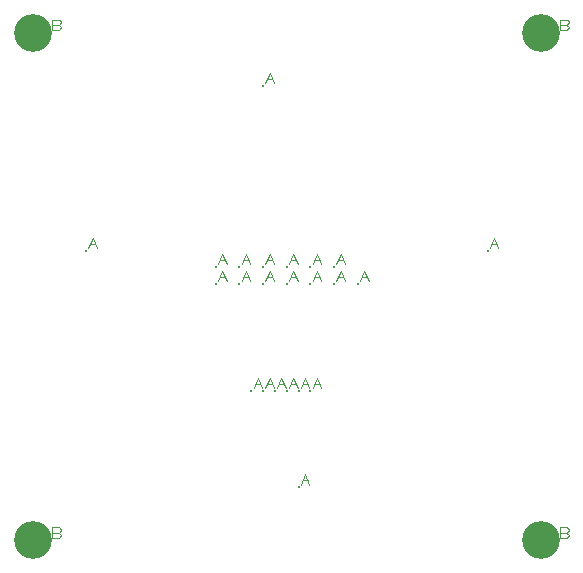
<source format=gbr>
G04 GENERATED BY PULSONIX 7.0 GERBER.DLL 4573*
%INHILLSTAR_30X30_EL_4LAYER_V1_0*%
%LNGERBER_DRILL*%
%FSLAX33Y33*%
%IPPOS*%
%LPD*%
%OFA0B0*%
%MOMM*%
%ADD10C,0.250*%
%ADD21C,0.125*%
%ADD106C,3.200*%
X0Y0D02*
D02*
D10*
X114553Y132856D03*
X125553Y130106D03*
Y131506D03*
X127553Y130106D03*
Y131506D03*
X128553Y121006D03*
X129553D03*
Y130106D03*
Y131506D03*
Y146856D03*
X130553Y121006D03*
X131553D03*
Y130106D03*
Y131506D03*
X132553Y112856D03*
Y121006D03*
X133553D03*
Y130106D03*
Y131506D03*
X135553Y130106D03*
Y131506D03*
X137553Y130106D03*
X148553Y132856D03*
D02*
D21*
X112230Y109018D02*
X112377Y108944D01*
X112451Y108797*
X112377Y108650*
X112230Y108577*
X111716*
Y109459*
X112230*
X112377Y109386*
X112451Y109239*
X112377Y109092*
X112230Y109018*
X111716*
X112230Y152018D02*
X112377Y151944D01*
X112451Y151797*
X112377Y151650*
X112230Y151577*
X111716*
Y152459*
X112230*
X112377Y152386*
X112451Y152239*
X112377Y152092*
X112230Y152018*
X111716*
X114741Y133077D02*
X115108Y133959D01*
X115476Y133077*
X114888Y133444D02*
X115329Y133444D01*
X125741Y130327D02*
X126108Y131209D01*
X126476Y130327*
X125888Y130694D02*
X126329Y130694D01*
X125741Y131727D02*
X126108Y132609D01*
X126476Y131727*
X125888Y132094D02*
X126329Y132094D01*
X127741Y130327D02*
X128108Y131209D01*
X128476Y130327*
X127888Y130694D02*
X128329Y130694D01*
X127741Y131727D02*
X128108Y132609D01*
X128476Y131727*
X127888Y132094D02*
X128329Y132094D01*
X128741Y121227D02*
X129108Y122109D01*
X129476Y121227*
X128888Y121594D02*
X129329Y121594D01*
X129741Y121227D02*
X130108Y122109D01*
X130476Y121227*
X129888Y121594D02*
X130329Y121594D01*
X129741Y130327D02*
X130108Y131209D01*
X130476Y130327*
X129888Y130694D02*
X130329Y130694D01*
X129741Y131727D02*
X130108Y132609D01*
X130476Y131727*
X129888Y132094D02*
X130329Y132094D01*
X129741Y147077D02*
X130108Y147959D01*
X130476Y147077*
X129888Y147444D02*
X130329Y147444D01*
X130741Y121227D02*
X131108Y122109D01*
X131476Y121227*
X130888Y121594D02*
X131329Y121594D01*
X131741Y121227D02*
X132108Y122109D01*
X132476Y121227*
X131888Y121594D02*
X132329Y121594D01*
X131741Y130327D02*
X132108Y131209D01*
X132476Y130327*
X131888Y130694D02*
X132329Y130694D01*
X131741Y131727D02*
X132108Y132609D01*
X132476Y131727*
X131888Y132094D02*
X132329Y132094D01*
X132741Y113077D02*
X133108Y113959D01*
X133476Y113077*
X132888Y113444D02*
X133329Y113444D01*
X132741Y121227D02*
X133108Y122109D01*
X133476Y121227*
X132888Y121594D02*
X133329Y121594D01*
X133741Y121227D02*
X134108Y122109D01*
X134476Y121227*
X133888Y121594D02*
X134329Y121594D01*
X133741Y130327D02*
X134108Y131209D01*
X134476Y130327*
X133888Y130694D02*
X134329Y130694D01*
X133741Y131727D02*
X134108Y132609D01*
X134476Y131727*
X133888Y132094D02*
X134329Y132094D01*
X135741Y130327D02*
X136108Y131209D01*
X136476Y130327*
X135888Y130694D02*
X136329Y130694D01*
X135741Y131727D02*
X136108Y132609D01*
X136476Y131727*
X135888Y132094D02*
X136329Y132094D01*
X137741Y130327D02*
X138108Y131209D01*
X138476Y130327*
X137888Y130694D02*
X138329Y130694D01*
X148741Y133077D02*
X149108Y133959D01*
X149476Y133077*
X148888Y133444D02*
X149329Y133444D01*
X155230Y109018D02*
X155377Y108944D01*
X155451Y108797*
X155377Y108650*
X155230Y108577*
X154716*
Y109459*
X155230*
X155377Y109386*
X155451Y109239*
X155377Y109092*
X155230Y109018*
X154716*
X155230Y152018D02*
X155377Y151944D01*
X155451Y151797*
X155377Y151650*
X155230Y151577*
X154716*
Y152459*
X155230*
X155377Y152386*
X155451Y152239*
X155377Y152092*
X155230Y152018*
X154716*
D02*
D106*
X110053Y108356D03*
Y151356D03*
X153053Y108356D03*
Y151356D03*
X0Y0D02*
M02*

</source>
